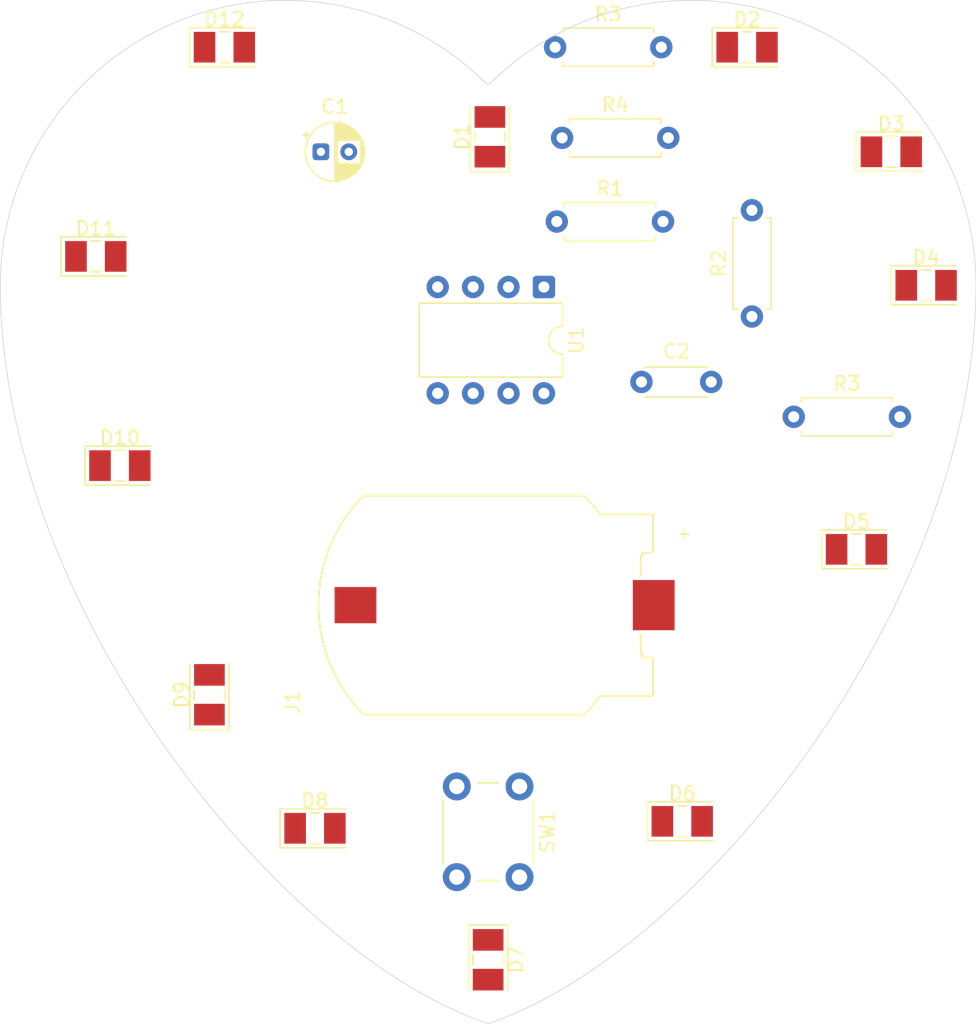
<source format=kicad_pcb>
(kicad_pcb (version 20241229) (generator "pcbnew") (generator_version "9.0")
  (layers (0 "F.Cu" signal) (2 "B.Cu" signal) (13 "F.Paste" user) (15 "B.Paste" user) (5 "F.SilkS" user "F.Silkscreen") (7 "B.SilkS" user "B.Silkscreen") (1 "F.Mask" user) (3 "B.Mask" user) (25 "Edge.Cuts" user))
  (net 0 "")
  (net 1 "Net-(U1-THR)")
  (net 2 "GND")
  (net 3 "Net-(D1-A)")
  (net 4 "VCC")
  (net 5 "Net-(D3-A)")
  (net 6 "Net-(D5-A)")
  (net 7 "Net-(D7-A)")
  (net 8 "Net-(D10-K)")
  (net 9 "Net-(J1-PadP)")
  (net 10 "Net-(U1-DIS)")
  (net 11 "/OUT")
  (net 12 "Net-(U1-CV)")
  (net 13 "Net-(D1-K)")
  (net 14 "Net-(D10-A)")
  (footprint "LED_SMD:LED_PLCC-2_3x2mm_KA" (layer "F.Cu") (at 157.575 116)
    (property "Reference" "D8" (at 0 -2 0) (layer "F.SilkS"))
    (property "Value" "LED")
    (fp_line (start -2.5 -1.4) (end -2.5 1.4) (stroke (width 0.12)) (layer "F.SilkS"))
    (fp_line (start -2.5 1.4) (end 2.2 1.4) (stroke (width 0.12)) (layer "F.SilkS"))
    (fp_line (start 0.35 -1.1) (end -0.35 -1.1) (stroke (width 0.12)) (layer "F.SilkS"))
    (fp_line (start 0.35 1.1) (end -0.35 1.1) (stroke (width 0.12)) (layer "F.SilkS"))
    (fp_line (start 2.2 -1.4) (end -2.5 -1.4) (stroke (width 0.12)) (layer "F.SilkS"))
    (pad "1" smd rect (at -1.425 0) (size 1.55 2.2) (layers "F.Cu" "F.Mask" "F.Paste") (net 7 "Net-(D7-A)"))
    (pad "2" smd rect (at 1.425 0) (size 1.55 2.2) (layers "F.Cu" "F.Mask" "F.Paste") (net 14 "Net-(D10-A)"))
  )
  (footprint "Capacitor_THT:CP_Radial_D4.0mm_P2.00mm" (layer "F.Cu") (at 158 67.5)
    (property "Reference" "C1" (at 1 -3.25 0) (layer "F.SilkS"))
    (property "Value" "10u")
    (fp_line (start -1.269801 -1.195) (end -0.869801 -1.195) (stroke (width 0.12)) (layer "F.SilkS"))
    (fp_line (start -1.069801 -1.395) (end -1.069801 -0.995) (stroke (width 0.12)) (layer "F.SilkS"))
    (fp_line (start 1 -2.08) (end 1 2.08) (stroke (width 0.12)) (layer "F.SilkS"))
    (fp_line (start 1.04 -2.08) (end 1.04 2.08) (stroke (width 0.12)) (layer "F.SilkS"))
    (fp_line (start 1.08 -2.078) (end 1.08 2.078) (stroke (width 0.12)) (layer "F.SilkS"))
    (fp_line (start 1.12 -2.077) (end 1.12 2.077) (stroke (width 0.12)) (layer "F.SilkS"))
    (fp_line (start 1.16 -2.074) (end 1.16 2.074) (stroke (width 0.12)) (layer "F.SilkS"))
    (fp_line (start 1.2 -2.071) (end 1.2 -0.84) (stroke (width 0.12)) (layer "F.SilkS"))
    (fp_line (start 1.2 0.84) (end 1.2 2.071) (stroke (width 0.12)) (layer "F.SilkS"))
    (fp_line (start 1.24 -2.066) (end 1.24 -0.84) (stroke (width 0.12)) (layer "F.SilkS"))
    (fp_line (start 1.24 0.84) (end 1.24 2.066) (stroke (width 0.12)) (layer "F.SilkS"))
    (fp_line (start 1.28 -2.061) (end 1.28 -0.84) (stroke (width 0.12)) (layer "F.SilkS"))
    (fp_line (start 1.28 0.84) (end 1.28 2.061) (stroke (width 0.12)) (layer "F.SilkS"))
    (fp_line (start 1.32 -2.056) (end 1.32 -0.84) (stroke (width 0.12)) (layer "F.SilkS"))
    (fp_line (start 1.32 0.84) (end 1.32 2.056) (stroke (width 0.12)) (layer "F.SilkS"))
    (fp_line (start 1.36 -2.049) (end 1.36 -0.84) (stroke (width 0.12)) (layer "F.SilkS"))
    (fp_line (start 1.36 0.84) (end 1.36 2.049) (stroke (width 0.12)) (layer "F.SilkS"))
    (fp_line (start 1.4 -2.042) (end 1.4 -0.84) (stroke (width 0.12)) (layer "F.SilkS"))
    (fp_line (start 1.4 0.84) (end 1.4 2.042) (stroke (width 0.12)) (layer "F.SilkS"))
    (fp_line (start 1.44 -2.034) (end 1.44 -0.84) (stroke (width 0.12)) (layer "F.SilkS"))
    (fp_line (start 1.44 0.84) (end 1.44 2.034) (stroke (width 0.12)) (layer "F.SilkS"))
    (fp_line (start 1.48 -2.025) (end 1.48 -0.84) (stroke (width 0.12)) (layer "F.SilkS"))
    (fp_line (start 1.48 0.84) (end 1.48 2.025) (stroke (width 0.12)) (layer "F.SilkS"))
    (fp_line (start 1.52 -2.015) (end 1.52 -0.84) (stroke (width 0.12)) (layer "F.SilkS"))
    (fp_line (start 1.52 0.84) (end 1.52 2.015) (stroke (width 0.12)) (layer "F.SilkS"))
    (fp_line (start 1.56 -2.005) (end 1.56 -0.84) (stroke (width 0.12)) (layer "F.SilkS"))
    (fp_line (start 1.56 0.84) (end 1.56 2.005) (stroke (width 0.12)) (layer "F.SilkS"))
    (fp_line (start 1.6 -1.993) (end 1.6 -0.84) (stroke (width 0.12)) (layer "F.SilkS"))
    (fp_line (start 1.6 0.84) (end 1.6 1.993) (stroke (width 0.12)) (layer "F.SilkS"))
    (fp_line (start 1.64 -1.981) (end 1.64 -0.84) (stroke (width 0.12)) (layer "F.SilkS"))
    (fp_line (start 1.64 0.84) (end 1.64 1.981) (stroke (width 0.12)) (layer "F.SilkS"))
    (fp_line (start 1.68 -1.968) (end 1.68 -0.84) (stroke (width 0.12)) (layer "F.SilkS"))
    (fp_line (start 1.68 0.84) (end 1.68 1.968) (stroke (width 0.12)) (layer "F.SilkS"))
    (fp_line (start 1.72 -1.954) (end 1.72 -0.84) (stroke (width 0.12)) (layer "F.SilkS"))
    (fp_line (start 1.72 0.84) (end 1.72 1.954) (stroke (width 0.12)) (layer "F.SilkS"))
    (fp_line (start 1.76 -1.939) (end 1.76 -0.84) (stroke (width 0.12)) (layer "F.SilkS"))
    (fp_line (start 1.76 0.84) (end 1.76 1.939) (stroke (width 0.12)) (layer "F.SilkS"))
    (fp_line (start 1.8 -1.923) (end 1.8 -0.84) (stroke (width 0.12)) (layer "F.SilkS"))
    (fp_line (start 1.8 0.84) (end 1.8 1.923) (stroke (width 0.12)) (layer "F.SilkS"))
    (fp_line (start 1.84 -1.906) (end 1.84 -0.84) (stroke (width 0.12)) (layer "F.SilkS"))
    (fp_line (start 1.84 0.84) (end 1.84 1.906) (stroke (width 0.12)) (layer "F.SilkS"))
    (fp_line (start 1.88 -1.889) (end 1.88 -0.84) (stroke (width 0.12)) (layer "F.SilkS"))
    (fp_line (start 1.88 0.84) (end 1.88 1.889) (stroke (width 0.12)) (layer "F.SilkS"))
    (fp_line (start 1.92 -1.87) (end 1.92 -0.84) (stroke (width 0.12)) (layer "F.SilkS"))
    (fp_line (start 1.92 0.84) (end 1.92 1.87) (stroke (width 0.12)) (layer "F.SilkS"))
    (fp_line (start 1.96 -1.85) (end 1.96 -0.84) (stroke (width 0.12)) (layer "F.SilkS"))
    (fp_line (start 1.96 0.84) (end 1.96 1.85) (stroke (width 0.12)) (layer "F.SilkS"))
    (fp_line (start 2 -1.829) (end 2 -0.84) (stroke (width 0.12)) (layer "F.SilkS"))
    (fp_line (start 2 0.84) (end 2 1.829) (stroke (width 0.12)) (layer "F.SilkS"))
    (fp_line (start 2.04 -1.807) (end 2.04 -0.84) (stroke (width 0.12)) (layer "F.SilkS"))
    (fp_line (start 2.04 0.84) (end 2.04 1.807) (stroke (width 0.12)) (layer "F.SilkS"))
    (fp_line (start 2.08 -1.784) (end 2.08 -0.84) (stroke (width 0.12)) (layer "F.SilkS"))
    (fp_line (start 2.08 0.84) (end 2.08 1.784) (stroke (width 0.12)) (layer "F.SilkS"))
    (fp_line (start 2.12 -1.76) (end 2.12 -0.84) (stroke (width 0.12)) (layer "F.SilkS"))
    (fp_line (start 2.12 0.84) (end 2.12 1.76) (stroke (width 0.12)) (layer "F.SilkS"))
    (fp_line (start 2.16 -1.734) (end 2.16 -0.84) (stroke (width 0.12)) (layer "F.SilkS"))
    (fp_line (start 2.16 0.84) (end 2.16 1.734) (stroke (width 0.12)) (layer "F.SilkS"))
    (fp_line (start 2.2 -1.708) (end 2.2 -0.84) (stroke (width 0.12)) (layer "F.SilkS"))
    (fp_line (start 2.2 0.84) (end 2.2 1.708) (stroke (width 0.12)) (layer "F.SilkS"))
    (fp_line (start 2.24 -1.68) (end 2.24 -0.84) (stroke (width 0.12)) (layer "F.SilkS"))
    (fp_line (start 2.24 0.84) (end 2.24 1.68) (stroke (width 0.12)) (layer "F.SilkS"))
    (fp_line (start 2.28 -1.65) (end 2.28 -0.84) (stroke (width 0.12)) (layer "F.SilkS"))
    (fp_line (start 2.28 0.84) (end 2.28 1.65) (stroke (width 0.12)) (layer "F.SilkS"))
    (fp_line (start 2.32 -1.619) (end 2.32 -0.84) (stroke (width 0.12)) (layer "F.SilkS"))
    (fp_line (start 2.32 0.84) (end 2.32 1.619) (stroke (width 0.12)) (layer "F.SilkS"))
    (fp_line (start 2.36 -1.586) (end 2.36 -0.84) (stroke (width 0.12)) (layer "F.SilkS"))
    (fp_line (start 2.36 0.84) (end 2.36 1.586) (stroke (width 0.12)) (layer "F.SilkS"))
    (fp_line (start 2.4 -1.552) (end 2.4 -0.84) (stroke (width 0.12)) (layer "F.SilkS"))
    (fp_line (start 2.4 0.84) (end 2.4 1.552) (stroke (width 0.12)) (layer "F.SilkS"))
    (fp_line (start 2.44 -1.516) (end 2.44 -0.84) (stroke (width 0.12)) (layer "F.SilkS"))
    (fp_line (start 2.44 0.84) (end 2.44 1.516) (stroke (width 0.12)) (layer "F.SilkS"))
    (fp_line (start 2.48 -1.478) (end 2.48 -0.84) (stroke (width 0.12)) (layer "F.SilkS"))
    (fp_line (start 2.48 0.84) (end 2.48 1.478) (stroke (width 0.12)) (layer "F.SilkS"))
    (fp_line (start 2.52 -1.438) (end 2.52 -0.84) (stroke (width 0.12)) (layer "F.SilkS"))
    (fp_line (start 2.52 0.84) (end 2.52 1.438) (stroke (width 0.12)) (layer "F.SilkS"))
    (fp_line (start 2.56 -1.396) (end 2.56 -0.84) (stroke (width 0.12)) (layer "F.SilkS"))
    (fp_line (start 2.56 0.84) (end 2.56 1.396) (stroke (width 0.12)) (layer "F.SilkS"))
    (fp_line (start 2.6 -1.351) (end 2.6 -0.84) (stroke (width 0.12)) (layer "F.SilkS"))
    (fp_line (start 2.6 0.84) (end 2.6 1.351) (stroke (width 0.12)) (layer "F.SilkS"))
    (fp_line (start 2.64 -1.303) (end 2.64 -0.84) (stroke (width 0.12)) (layer "F.SilkS"))
    (fp_line (start 2.64 0.84) (end 2.64 1.303) (stroke (width 0.12)) (layer "F.SilkS"))
    (fp_line (start 2.68 -1.253) (end 2.68 -0.84) (stroke (width 0.12)) (layer "F.SilkS"))
    (fp_line (start 2.68 0.84) (end 2.68 1.253) (stroke (width 0.12)) (layer "F.SilkS"))
    (fp_line (start 2.72 -1.199) (end 2.72 -0.84) (stroke (width 0.12)) (layer "F.SilkS"))
    (fp_line (start 2.72 0.84) (end 2.72 1.199) (stroke (width 0.12)) (layer "F.SilkS"))
    (fp_line (start 2.76 -1.142) (end 2.76 -0.84) (stroke (width 0.12)) (layer "F.SilkS"))
    (fp_line (start 2.76 0.84) (end 2.76 1.142) (stroke (width 0.12)) (layer "F.SilkS"))
    (fp_line (start 2.8 -1.08) (end 2.8 -0.84) (stroke (width 0.12)) (layer "F.SilkS"))
    (fp_line (start 2.8 0.84) (end 2.8 1.08) (stroke (width 0.12)) (layer "F.SilkS"))
    (fp_line (start 2.84 -1.013) (end 2.84 1.013) (stroke (width 0.12)) (layer "F.SilkS"))
    (fp_line (start 2.88 -0.94) (end 2.88 0.94) (stroke (width 0.12)) (layer "F.SilkS"))
    (fp_line (start 2.92 -0.859) (end 2.92 0.859) (stroke (width 0.12)) (layer "F.SilkS"))
    (fp_line (start 2.96 -0.768) (end 2.96 0.768) (stroke (width 0.12)) (layer "F.SilkS"))
    (fp_line (start 3 -0.663) (end 3 0.663) (stroke (width 0.12)) (layer "F.SilkS"))
    (fp_line (start 3.04 -0.537) (end 3.04 0.537) (stroke (width 0.12)) (layer "F.SilkS"))
    (fp_line (start 3.08 -0.37) (end 3.08 0.37) (stroke (width 0.12)) (layer "F.SilkS"))
    (fp_circle (center 1 0) (end 3.12 0) (stroke (width 0.12)) (fill no) (layer "F.SilkS"))
    (pad "1" thru_hole roundrect (at 0 0) (size 1.2 1.2) (drill 0.6) (layers "*.Cu" "*.Mask") (roundrect_rratio 0.208333) (net 1 "Net-(U1-THR)"))
    (pad "2" thru_hole circle (at 2 0) (size 1.2 1.2) (drill 0.6) (layers "*.Cu" "*.Mask") (net 2 "GND"))
  )
  (footprint "LED_SMD:LED_PLCC-2_3x2mm_KA" (layer "F.Cu") (at 170.125631 66.425 90)
    (property "Reference" "D1" (at 0 -2 90) (layer "F.SilkS"))
    (property "Value" "LED")
    (fp_line (start 2.2 -1.4) (end -2.5 -1.4) (stroke (width 0.12)) (layer "F.SilkS"))
    (fp_line (start -2.5 -1.4) (end -2.5 1.4) (stroke (width 0.12)) (layer "F.SilkS"))
    (fp_line (start 0.35 -1.1) (end -0.35 -1.1) (stroke (width 0.12)) (layer "F.SilkS"))
    (fp_line (start 0.35 1.1) (end -0.35 1.1) (stroke (width 0.12)) (layer "F.SilkS"))
    (fp_line (start -2.5 1.4) (end 2.2 1.4) (stroke (width 0.12)) (layer "F.SilkS"))
    (pad "1" smd rect (at -1.425 0 90) (size 1.55 2.2) (layers "F.Cu" "F.Mask" "F.Paste") (net 13 "Net-(D1-K)"))
    (pad "2" smd rect (at 1.425 0 90) (size 1.55 2.2) (layers "F.Cu" "F.Mask" "F.Paste") (net 11 "/OUT"))
  )
  (footprint "LED_SMD:LED_PLCC-2_3x2mm_KA" (layer "F.Cu") (at 188.575 60)
    (property "Reference" "D2" (at 0 -2 0) (layer "F.SilkS"))
    (property "Value" "LED")
    (fp_line (start -2.5 -1.4) (end -2.5 1.4) (stroke (width 0.12)) (layer "F.SilkS"))
    (fp_line (start -2.5 1.4) (end 2.2 1.4) (stroke (width 0.12)) (layer "F.SilkS"))
    (fp_line (start 0.35 -1.1) (end -0.35 -1.1) (stroke (width 0.12)) (layer "F.SilkS"))
    (fp_line (start 0.35 1.1) (end -0.35 1.1) (stroke (width 0.12)) (layer "F.SilkS"))
    (fp_line (start 2.2 -1.4) (end -2.5 -1.4) (stroke (width 0.12)) (layer "F.SilkS"))
    (pad "1" smd rect (at -1.425 0) (size 1.55 2.2) (layers "F.Cu" "F.Mask" "F.Paste") (net 11 "/OUT"))
    (pad "2" smd rect (at 1.425 0) (size 1.55 2.2) (layers "F.Cu" "F.Mask" "F.Paste") (net 14 "Net-(D10-A)"))
  )
  (footprint "LED_SMD:LED_PLCC-2_3x2mm_KA" (layer "F.Cu") (at 141.85 75)
    (property "Reference" "D11" (at 0 -2 0) (layer "F.SilkS"))
    (property "Value" "LED")
    (fp_line (start -2.5 -1.4) (end -2.5 1.4) (stroke (width 0.12)) (layer "F.SilkS"))
    (fp_line (start -2.5 1.4) (end 2.2 1.4) (stroke (width 0.12)) (layer "F.SilkS"))
    (fp_line (start 0.35 -1.1) (end -0.35 -1.1) (stroke (width 0.12)) (layer "F.SilkS"))
    (fp_line (start 0.35 1.1) (end -0.35 1.1) (stroke (width 0.12)) (layer "F.SilkS"))
    (fp_line (start 2.2 -1.4) (end -2.5 -1.4) (stroke (width 0.12)) (layer "F.SilkS"))
    (pad "1" smd rect (at -1.425 0) (size 1.55 2.2) (layers "F.Cu" "F.Mask" "F.Paste") (net 13 "Net-(D1-K)"))
    (pad "2" smd rect (at 1.425 0) (size 1.55 2.2) (layers "F.Cu" "F.Mask" "F.Paste") (net 11 "/OUT"))
  )
  (footprint "LED_SMD:LED_PLCC-2_3x2mm_KA" (layer "F.Cu") (at 183.925 115.5)
    (property "Reference" "D6" (at 0 -2 0) (layer "F.SilkS"))
    (property "Value" "LED")
    (fp_line (start -2.5 -1.4) (end -2.5 1.4) (stroke (width 0.12)) (layer "F.SilkS"))
    (fp_line (start -2.5 1.4) (end 2.2 1.4) (stroke (width 0.12)) (layer "F.SilkS"))
    (fp_line (start 0.35 -1.1) (end -0.35 -1.1) (stroke (width 0.12)) (layer "F.SilkS"))
    (fp_line (start 0.35 1.1) (end -0.35 1.1) (stroke (width 0.12)) (layer "F.SilkS"))
    (fp_line (start 2.2 -1.4) (end -2.5 -1.4) (stroke (width 0.12)) (layer "F.SilkS"))
    (pad "1" smd rect (at -1.425 0) (size 1.55 2.2) (layers "F.Cu" "F.Mask" "F.Paste") (net 6 "Net-(D5-A)"))
    (pad "2" smd rect (at 1.425 0) (size 1.55 2.2) (layers "F.Cu" "F.Mask" "F.Paste") (net 14 "Net-(D10-A)"))
  )
  (footprint "LED_SMD:LED_PLCC-2_3x2mm_KA" (layer "F.Cu") (at 143.575 90)
    (property "Reference" "D10" (at 0 -2 0) (layer "F.SilkS"))
    (property "Value" "LED")
    (fp_line (start -2.5 -1.4) (end -2.5 1.4) (stroke (width 0.12)) (layer "F.SilkS"))
    (fp_line (start -2.5 1.4) (end 2.2 1.4) (stroke (width 0.12)) (layer "F.SilkS"))
    (fp_line (start 0.35 -1.1) (end -0.35 -1.1) (stroke (width 0.12)) (layer "F.SilkS"))
    (fp_line (start 0.35 1.1) (end -0.35 1.1) (stroke (width 0.12)) (layer "F.SilkS"))
    (fp_line (start 2.2 -1.4) (end -2.5 -1.4) (stroke (width 0.12)) (layer "F.SilkS"))
    (pad "1" smd rect (at -1.425 0) (size 1.55 2.2) (layers "F.Cu" "F.Mask" "F.Paste") (net 8 "Net-(D10-K)"))
    (pad "2" smd rect (at 1.425 0) (size 1.55 2.2) (layers "F.Cu" "F.Mask" "F.Paste") (net 14 "Net-(D10-A)"))
  )
  (footprint "LED_SMD:LED_PLCC-2_3x2mm_KA" (layer "F.Cu") (at 170 125.425 -90)
    (property "Reference" "D7" (at 0 -2 90) (layer "F.SilkS"))
    (property "Value" "LED")
    (fp_line (start -2.5 1.4) (end 2.2 1.4) (stroke (width 0.12)) (layer "F.SilkS"))
    (fp_line (start 0.35 1.1) (end -0.35 1.1) (stroke (width 0.12)) (layer "F.SilkS"))
    (fp_line (start 0.35 -1.1) (end -0.35 -1.1) (stroke (width 0.12)) (layer "F.SilkS"))
    (fp_line (start -2.5 -1.4) (end -2.5 1.4) (stroke (width 0.12)) (layer "F.SilkS"))
    (fp_line (start 2.2 -1.4) (end -2.5 -1.4) (stroke (width 0.12)) (layer "F.SilkS"))
    (pad "1" smd rect (at -1.425 0 270) (size 1.55 2.2) (layers "F.Cu" "F.Mask" "F.Paste") (net 13 "Net-(D1-K)"))
    (pad "2" smd rect (at 1.425 0 270) (size 1.55 2.2) (layers "F.Cu" "F.Mask" "F.Paste") (net 7 "Net-(D7-A)"))
  )
  (footprint "Capacitor_THT:C_Disc_D4.3mm_W1.9mm_P5.00mm" (layer "F.Cu") (at 181 84)
    (property "Reference" "C2" (at 2.5 -2.2 0) (layer "F.SilkS"))
    (property "Value" "10n")
    (fp_line (start 0.23 -1.07) (end 4.77 -1.07) (stroke (width 0.12)) (layer "F.SilkS"))
    (fp_line (start 0.23 -1.014) (end 0.23 -1.07) (stroke (width 0.12)) (layer "F.SilkS"))
    (fp_line (start 4.77 1.014) (end 4.77 1.07) (stroke (width 0.12)) (layer "F.SilkS"))
    (fp_line (start 4.77 1.07) (end 0.23 1.07) (stroke (width 0.12)) (layer "F.SilkS"))
    (pad "1" thru_hole circle (at 0 0) (size 1.6 1.6) (drill 0.8) (layers "*.Cu" "*.Mask") (net 12 "Net-(U1-CV)"))
    (pad "2" thru_hole circle (at 5 0) (size 1.6 1.6) (drill 0.8) (layers "*.Cu" "*.Mask") (net 2 "GND"))
  )
  (footprint "LED_SMD:LED_PLCC-2_3x2mm_KA" (layer "F.Cu") (at 151.075 60)
    (property "Reference" "D12" (at 0 -2 0) (layer "F.SilkS"))
    (property "Value" "LED")
    (fp_line (start -2.5 -1.4) (end -2.5 1.4) (stroke (width 0.12)) (layer "F.SilkS"))
    (fp_line (start -2.5 1.4) (end 2.2 1.4) (stroke (width 0.12)) (layer "F.SilkS"))
    (fp_line (start 0.35 -1.1) (end -0.35 -1.1) (stroke (width 0.12)) (layer "F.SilkS"))
    (fp_line (start 0.35 1.1) (end -0.35 1.1) (stroke (width 0.12)) (layer "F.SilkS"))
    (fp_line (start 2.2 -1.4) (end -2.5 -1.4) (stroke (width 0.12)) (layer "F.SilkS"))
    (pad "1" smd rect (at -1.425 0) (size 1.55 2.2) (layers "F.Cu" "F.Mask" "F.Paste") (net 11 "/OUT"))
    (pad "2" smd rect (at 1.425 0) (size 1.55 2.2) (layers "F.Cu" "F.Mask" "F.Paste") (net 14 "Net-(D10-A)"))
  )
  (footprint "LED_SMD:LED_PLCC-2_3x2mm_KA" (layer "F.Cu") (at 198.925 67.5)
    (property "Reference" "D3" (at 0 -2 0) (layer "F.SilkS"))
    (property "Value" "LED")
    (fp_line (start -2.5 -1.4) (end -2.5 1.4) (stroke (width 0.12)) (layer "F.SilkS"))
    (fp_line (start -2.5 1.4) (end 2.2 1.4) (stroke (width 0.12)) (layer "F.SilkS"))
    (fp_line (start 0.35 -1.1) (end -0.35 -1.1) (stroke (width 0.12)) (layer "F.SilkS"))
    (fp_line (start 0.35 1.1) (end -0.35 1.1) (stroke (width 0.12)) (layer "F.SilkS"))
    (fp_line (start 2.2 -1.4) (end -2.5 -1.4) (stroke (width 0.12)) (layer "F.SilkS"))
    (pad "1" smd rect (at -1.425 0) (size 1.55 2.2) (layers "F.Cu" "F.Mask" "F.Paste") (net 13 "Net-(D1-K)"))
    (pad "2" smd rect (at 1.425 0) (size 1.55 2.2) (layers "F.Cu" "F.Mask" "F.Paste") (net 5 "Net-(D3-A)"))
  )
  (footprint "battery:HARWIN_S8421-45R" (layer "F.Cu") (at 168.98075 100 90)
    (property "Reference" "J1" (at -6.955 -13.035 90) (layer "F.SilkS"))
    (property "Value" "S8421-45R")
    (fp_line (start -7.85 -7.91833) (end -7.85 7.91833) (stroke (width 0.127)) (layer "F.SilkS"))
    (fp_line (start 7.85 7.91833) (end 7.85 -7.91833) (stroke (width 0.127)) (layer "F.SilkS"))
    (fp_line (start -6.5 9.05939) (end -6.5 12.85) (stroke (width 0.127)) (layer "F.SilkS"))
    (fp_line (start 3.5 11.97) (end 2.12 11.97) (stroke (width 0.127)) (layer "F.SilkS"))
    (fp_line (start -2.12 11.97) (end -3.5 11.97) (stroke (width 0.127)) (layer "F.SilkS"))
    (fp_line (start 3.75012 12.07) (end 3.5 12.07) (stroke (width 0.127)) (layer "F.SilkS"))
    (fp_line (start 3.5 12.07) (end 3.5 11.97) (stroke (width 0.127)) (layer "F.SilkS"))
    (fp_line (start -3.5 12.07) (end -3.5 11.97) (stroke (width 0.127)) (layer "F.SilkS"))
    (fp_line (start -3.5 12.07) (end -3.75007 12.07) (stroke (width 0.127)) (layer "F.SilkS"))
    (fp_line (start -3.75007 12.07) (end -3.75007 12.12) (stroke (width 0.127)) (layer "F.SilkS"))
    (fp_line (start 3.75012 12.1087) (end 3.75012 12.07) (stroke (width 0.127)) (layer "F.SilkS"))
    (fp_line (start 3.75 12.12) (end 3.75012 12.1087) (stroke (width 0.127)) (layer "F.SilkS"))
    (fp_line (start 3.75018 12.7575) (end 3.75 12.12) (stroke (width 0.127)) (layer "F.SilkS"))
    (fp_line (start -3.75036 12.7575) (end -3.75007 12.12) (stroke (width 0.127)) (layer "F.SilkS"))
    (fp_line (start -3.75036 12.7575) (end -3.88917 12.85) (stroke (width 0.127)) (layer "F.SilkS"))
    (fp_line (start 6.5 12.85) (end 6.5 9.05939) (stroke (width 0.127)) (layer "F.SilkS"))
    (fp_line (start 3.88917 12.85) (end 3.75018 12.7575) (stroke (width 0.127)) (layer "F.SilkS"))
    (fp_line (start 3.88917 12.85) (end 6.5 12.85) (stroke (width 0.127)) (layer "F.SilkS"))
    (fp_line (start -6.5 12.85) (end -3.88917 12.85) (stroke (width 0.127)) (layer "F.SilkS"))
    (fp_line (start 5.1 14.8) (end 5.1 15.4) (stroke (width 0.127)) (layer "F.SilkS"))
    (fp_line (start 4.8 15.1) (end 5.4 15.1) (stroke (width 0.127)) (layer "F.SilkS"))
    (fp_arc (start -7.85 -7.91834) (mid 0 -11.150006) (end 7.85 -7.91834) (stroke (width 0.127)) (layer "F.SilkS"))
    (fp_arc (start 7.85 7.91834) (mid 7.197647 8.515659) (end 6.5 9.05939) (stroke (width 0.127)) (layer "F.SilkS"))
    (fp_arc (start -6.5 9.05939) (mid -7.197647 8.515654) (end -7.85 7.91833) (stroke (width 0.127)) (layer "F.SilkS"))
    (pad "N" smd rect (at 0 -8.5 90) (size 2.6 3) (layers "F.Cu" "F.Mask" "F.Paste") (net 2 "GND"))
    (pad "P" smd rect (at 0 12.9 90) (size 3.6 3) (layers "F.Cu" "F.Mask" "F.Paste") (net 9 "Net-(J1-PadP)"))
  )
  (footprint "LED_SMD:LED_PLCC-2_3x2mm_KA" (layer "F.Cu") (at 196.425 96)
    (property "Reference" "D5" (at 0 -2 0) (layer "F.SilkS"))
    (property "Value" "LED")
    (fp_line (start -2.5 -1.4) (end -2.5 1.4) (stroke (width 0.12)) (layer "F.SilkS"))
    (fp_line (start -2.5 1.4) (end 2.2 1.4) (stroke (width 0.12)) (layer "F.SilkS"))
    (fp_line (start 0.35 -1.1) (end -0.35 -1.1) (stroke (width 0.12)) (layer "F.SilkS"))
    (fp_line (start 0.35 1.1) (end -0.35 1.1) (stroke (width 0.12)) (layer "F.SilkS"))
    (fp_line (start 2.2 -1.4) (end -2.5 -1.4) (stroke (width 0.12)) (layer "F.SilkS"))
    (pad "1" smd rect (at -1.425 0) (size 1.55 2.2) (layers "F.Cu" "F.Mask" "F.Paste") (net 13 "Net-(D1-K)"))
    (pad "2" smd rect (at 1.425 0) (size 1.55 2.2) (layers "F.Cu" "F.Mask" "F.Paste") (net 6 "Net-(D5-A)"))
  )
  (footprint "Resistor_THT:R_Axial_DIN0207_L6.3mm_D2.5mm_P7.62mm_Horizontal" (layer "F.Cu") (at 174.805 60)
    (property "Reference" "R3" (at 3.81 -2.37 0) (layer "F.SilkS"))
    (property "Value" "100")
    (fp_line (start 0.54 -1.37) (end 7.08 -1.37) (stroke (width 0.12)) (layer "F.SilkS"))
    (fp_line (start 0.54 -1.04) (end 0.54 -1.37) (stroke (width 0.12)) (layer "F.SilkS"))
    (fp_line (start 0.54 1.04) (end 0.54 1.37) (stroke (width 0.12)) (layer "F.SilkS"))
    (fp_line (start 0.54 1.37) (end 7.08 1.37) (stroke (width 0.12)) (layer "F.SilkS"))
    (fp_line (start 7.08 -1.37) (end 7.08 -1.04) (stroke (width 0.12)) (layer "F.SilkS"))
    (fp_line (start 7.08 1.37) (end 7.08 1.04) (stroke (width 0.12)) (layer "F.SilkS"))
    (pad "1" thru_hole circle (at 0 0) (size 1.6 1.6) (drill 0.8) (layers "*.Cu" "*.Mask") (net 4 "VCC"))
    (pad "2" thru_hole circle (at 7.62 0) (size 1.6 1.6) (drill 0.8) (layers "*.Cu" "*.Mask") (net 14 "Net-(D10-A)"))
  )
  (footprint "LED_SMD:LED_PLCC-2_3x2mm_KA" (layer "F.Cu") (at 201.425 77.071067)
    (property "Reference" "D4" (at 0 -2 0) (layer "F.SilkS"))
    (property "Value" "LED")
    (fp_line (start -2.5 -1.4) (end -2.5 1.4) (stroke (width 0.12)) (layer "F.SilkS"))
    (fp_line (start -2.5 1.4) (end 2.2 1.4) (stroke (width 0.12)) (layer "F.SilkS"))
    (fp_line (start 0.35 -1.1) (end -0.35 -1.1) (stroke (width 0.12)) (layer "F.SilkS"))
    (fp_line (start 0.35 1.1) (end -0.35 1.1) (stroke (width 0.12)) (layer "F.SilkS"))
    (fp_line (start 2.2 -1.4) (end -2.5 -1.4) (stroke (width 0.12)) (layer "F.SilkS"))
    (pad "1" smd rect (at -1.425 0) (size 1.55 2.2) (layers "F.Cu" "F.Mask" "F.Paste") (net 5 "Net-(D3-A)"))
    (pad "2" smd rect (at 1.425 0) (size 1.55 2.2) (layers "F.Cu" "F.Mask" "F.Paste") (net 14 "Net-(D10-A)"))
  )
  (footprint "Package_DIP:DIP-8_W7.62mm" (layer "F.Cu") (at 174 77.195 -90)
    (property "Reference" "U1" (at 3.81 -2.33 90) (layer "F.SilkS"))
    (property "Value" "NE555P")
    (fp_line (start 1.16 8.95) (end 6.46 8.95) (stroke (width 0.12)) (layer "F.SilkS"))
    (fp_line (start 6.46 8.95) (end 6.46 -1.33) (stroke (width 0.12)) (layer "F.SilkS"))
    (fp_line (start 1.16 -1.33) (end 1.16 8.95) (stroke (width 0.12)) (layer "F.SilkS"))
    (fp_line (start 2.81 -1.33) (end 1.16 -1.33) (stroke (width 0.12)) (layer "F.SilkS"))
    (fp_line (start 6.46 -1.33) (end 4.81 -1.33) (stroke (width 0.12)) (layer "F.SilkS"))
    (fp_arc (start 4.81 -1.33) (mid 3.81 -0.33) (end 2.81 -1.33) (stroke (width 0.12)) (layer "F.SilkS"))
    (pad "1" thru_hole roundrect (at 0 0 270) (size 1.6 1.6) (drill 0.8) (layers "*.Cu" "*.Mask") (roundrect_rratio 0.15625) (net 2 "GND"))
    (pad "2" thru_hole circle (at 0 2.54 270) (size 1.6 1.6) (drill 0.8) (layers "*.Cu" "*.Mask") (net 1 "Net-(U1-THR)"))
    (pad "3" thru_hole circle (at 0 5.08 270) (size 1.6 1.6) (drill 0.8) (layers "*.Cu" "*.Mask") (net 11 "/OUT"))
    (pad "4" thru_hole circle (at 0 7.62 270) (size 1.6 1.6) (drill 0.8) (layers "*.Cu" "*.Mask") (net 4 "VCC"))
    (pad "5" thru_hole circle (at 7.62 7.62 270) (size 1.6 1.6) (drill 0.8) (layers "*.Cu" "*.Mask") (net 12 "Net-(U1-CV)"))
    (pad "6" thru_hole circle (at 7.62 5.08 270) (size 1.6 1.6) (drill 0.8) (layers "*.Cu" "*.Mask") (net 1 "Net-(U1-THR)"))
    (pad "7" thru_hole circle (at 7.62 2.54 270) (size 1.6 1.6) (drill 0.8) (layers "*.Cu" "*.Mask") (net 10 "Net-(U1-DIS)"))
    (pad "8" thru_hole circle (at 7.62 0 270) (size 1.6 1.6) (drill 0.8) (layers "*.Cu" "*.Mask") (net 4 "VCC"))
  )
  (footprint "Button_Switch_THT:SW_PUSH_6mm" (layer "F.Cu") (at 172.25 113 -90)
    (property "Reference" "SW1" (at 3.25 -2 90) (layer "F.SilkS"))
    (property "Value" "SW_Push")
    (fp_line (start 1 5.5) (end 5.5 5.5) (stroke (width 0.12)) (layer "F.SilkS"))
    (fp_line (start 6.75 3) (end 6.75 1.5) (stroke (width 0.12)) (layer "F.SilkS"))
    (fp_line (start -0.25 1.5) (end -0.25 3) (stroke (width 0.12)) (layer "F.SilkS"))
    (fp_line (start 5.5 -1) (end 1 -1) (stroke (width 0.12)) (layer "F.SilkS"))
    (pad "1" thru_hole circle (at 0 0) (size 2 2) (drill 1.1) (layers "*.Cu" "*.Mask") (net 9 "Net-(J1-PadP)"))
    (pad "1" thru_hole circle (at 6.5 0) (size 2 2) (drill 1.1) (layers "*.Cu" "*.Mask") (net 9 "Net-(J1-PadP)"))
    (pad "2" thru_hole circle (at 0 4.5) (size 2 2) (drill 1.1) (layers "*.Cu" "*.Mask") (net 4 "VCC"))
    (pad "2" thru_hole circle (at 6.5 4.5) (size 2 2) (drill 1.1) (layers "*.Cu" "*.Mask") (net 4 "VCC"))
  )
  (footprint "Resistor_THT:R_Axial_DIN0207_L6.3mm_D2.5mm_P7.62mm_Horizontal" (layer "F.Cu") (at 188.925 79.31 90)
    (property "Reference" "R2" (at 3.81 -2.37 90) (layer "F.SilkS"))
    (property "Value" "68k")
    (fp_line (start 7.08 -1.37) (end 7.08 -1.04) (stroke (width 0.12)) (layer "F.SilkS"))
    (fp_line (start 0.54 -1.37) (end 7.08 -1.37) (stroke (width 0.12)) (layer "F.SilkS"))
    (fp_line (start 0.54 -1.04) (end 0.54 -1.37) (stroke (width 0.12)) (layer "F.SilkS"))
    (fp_line (start 0.54 1.04) (end 0.54 1.37) (stroke (width 0.12)) (layer "F.SilkS"))
    (fp_line (start 7.08 1.37) (end 7.08 1.04) (stroke (width 0.12)) (layer "F.SilkS"))
    (fp_line (start 0.54 1.37) (end 7.08 1.37) (stroke (width 0.12)) (layer "F.SilkS"))
    (pad "1" thru_hole circle (at 0 0 90) (size 1.6 1.6) (drill 0.8) (layers "*.Cu" "*.Mask") (net 10 "Net-(U1-DIS)"))
    (pad "2" thru_hole circle (at 7.62 0 90) (size 1.6 1.6) (drill 0.8) (layers "*.Cu" "*.Mask") (net 1 "Net-(U1-THR)"))
  )
  (footprint "Resistor_THT:R_Axial_DIN0207_L6.3mm_D2.5mm_P7.62mm_Horizontal" (layer "F.Cu") (at 175.305 66.5)
    (property "Reference" "R4" (at 3.81 -2.37 0) (layer "F.SilkS"))
    (property "Value" "100")
    (fp_line (start 0.54 -1.37) (end 7.08 -1.37) (stroke (width 0.12)) (layer "F.SilkS"))
    (fp_line (start 0.54 -1.04) (end 0.54 -1.37) (stroke (width 0.12)) (layer "F.SilkS"))
    (fp_line (start 0.54 1.04) (end 0.54 1.37) (stroke (width 0.12)) (layer "F.SilkS"))
    (fp_line (start 0.54 1.37) (end 7.08 1.37) (stroke (width 0.12)) (layer "F.SilkS"))
    (fp_line (start 7.08 -1.37) (end 7.08 -1.04) (stroke (width 0.12)) (layer "F.SilkS"))
    (fp_line (start 7.08 1.37) (end 7.08 1.04) (stroke (width 0.12)) (layer "F.SilkS"))
    (pad "1" thru_hole circle (at 0 0) (size 1.6 1.6) (drill 0.8) (layers "*.Cu" "*.Mask") (net 13 "Net-(D1-K)"))
    (pad "2" thru_hole circle (at 7.62 0) (size 1.6 1.6) (drill 0.8) (layers "*.Cu" "*.Mask") (net 2 "GND"))
  )
  (footprint "Resistor_THT:R_Axial_DIN0207_L6.3mm_D2.5mm_P7.62mm_Horizontal" (layer "F.Cu") (at 191.925 86.5)
    (property "Reference" "R3" (at 3.81 -2.37 0) (layer "F.SilkS"))
    (property "Value" "R")
    (fp_line (start 0.54 -1.37) (end 7.08 -1.37) (stroke (width 0.12)) (layer "F.SilkS"))
    (fp_line (start 0.54 -1.04) (end 0.54 -1.37) (stroke (width 0.12)) (layer "F.SilkS"))
    (fp_line (start 0.54 1.04) (end 0.54 1.37) (stroke (width 0.12)) (layer "F.SilkS"))
    (fp_line (start 0.54 1.37) (end 7.08 1.37) (stroke (width 0.12)) (layer "F.SilkS"))
    (fp_line (start 7.08 -1.37) (end 7.08 -1.04) (stroke (width 0.12)) (layer "F.SilkS"))
    (fp_line (start 7.08 1.37) (end 7.08 1.04) (stroke (width 0.12)) (layer "F.SilkS"))
    (pad "1" thru_hole circle (at 0 0) (size 1.6 1.6) (drill 0.8) (layers "*.Cu" "*.Mask") (net 11 "/OUT"))
    (pad "2" thru_hole circle (at 7.62 0) (size 1.6 1.6) (drill 0.8) (layers "*.Cu" "*.Mask") (net 3 "Net-(D1-A)"))
  )
  (footprint "Resistor_THT:R_Axial_DIN0207_L6.3mm_D2.5mm_P7.62mm_Horizontal" (layer "F.Cu") (at 174.925 72.5)
    (property "Reference" "R1" (at 3.81 -2.37 0) (layer "F.SilkS"))
    (property "Value" "8.2k")
    (fp_line (start 0.54 -1.37) (end 7.08 -1.37) (stroke (width 0.12)) (layer "F.SilkS"))
    (fp_line (start 0.54 -1.04) (end 0.54 -1.37) (stroke (width 0.12)) (layer "F.SilkS"))
    (fp_line (start 0.54 1.04) (end 0.54 1.37) (stroke (width 0.12)) (layer "F.SilkS"))
    (fp_line (start 0.54 1.37) (end 7.08 1.37) (stroke (width 0.12)) (layer "F.SilkS"))
    (fp_line (start 7.08 -1.37) (end 7.08 -1.04) (stroke (width 0.12)) (layer "F.SilkS"))
    (fp_line (start 7.08 1.37) (end 7.08 1.04) (stroke (width 0.12)) (layer "F.SilkS"))
    (pad "1" thru_hole circle (at 0 0) (size 1.6 1.6) (drill 0.8) (layers "*.Cu" "*.Mask") (net 4 "VCC"))
    (pad "2" thru_hole circle (at 7.62 0) (size 1.6 1.6) (drill 0.8) (layers "*.Cu" "*.Mask") (net 10 "Net-(U1-DIS)"))
  )
  (footprint "LED_SMD:LED_PLCC-2_3x2mm_KA" (layer "F.Cu") (at 150 106.425 90)
    (property "Reference" "D9" (at 0 -2 90) (layer "F.SilkS"))
    (property "Value" "LED")
    (fp_line (start 2.2 -1.4) (end -2.5 -1.4) (stroke (width 0.12)) (layer "F.SilkS"))
    (fp_line (start -2.5 -1.4) (end -2.5 1.4) (stroke (width 0.12)) (layer "F.SilkS"))
    (fp_line (start 0.35 -1.1) (end -0.35 -1.1) (stroke (width 0.12)) (layer "F.SilkS"))
    (fp_line (start 0.35 1.1) (end -0.35 1.1) (stroke (width 0.12)) (layer "F.SilkS"))
    (fp_line (start -2.5 1.4) (end 2.2 1.4) (stroke (width 0.12)) (layer "F.SilkS"))
    (pad "1" smd rect (at -1.425 0 90) (size 1.55 2.2) (layers "F.Cu" "F.Mask" "F.Paste") (net 13 "Net-(D1-K)"))
    (pad "2" smd rect (at 1.425 0 90) (size 1.55 2.2) (layers "F.Cu" "F.Mask" "F.Paste") (net 8 "Net-(D10-K)"))
  )
  (gr_arc (start 170.125631 62.625631) (mid 192.388881 58.197195) (end 205 77.071067) (stroke (width 0.05)) (layer "Edge.Cuts"))
  (gr_curve (pts (xy 135 77.07106) (xy 135 100) (xy 155 125) (xy 170 130)) (stroke (width 0.05)) (layer "Edge.Cuts"))
  (gr_curve (pts (xy 205 77.071067) (xy 205 100) (xy 185 125) (xy 170 130)) (stroke (width 0.05)) (layer "Edge.Cuts"))
  (gr_arc (start 135 77.071066) (mid 147.611118 58.197193) (end 169.874369 62.625631) (stroke (width 0.05)) (layer "Edge.Cuts"))
  (gr_line (start 170.125631 62.625633) (end 169.874369 62.625633) (stroke (width 0.05)) (layer "Edge.Cuts"))
)
</source>
